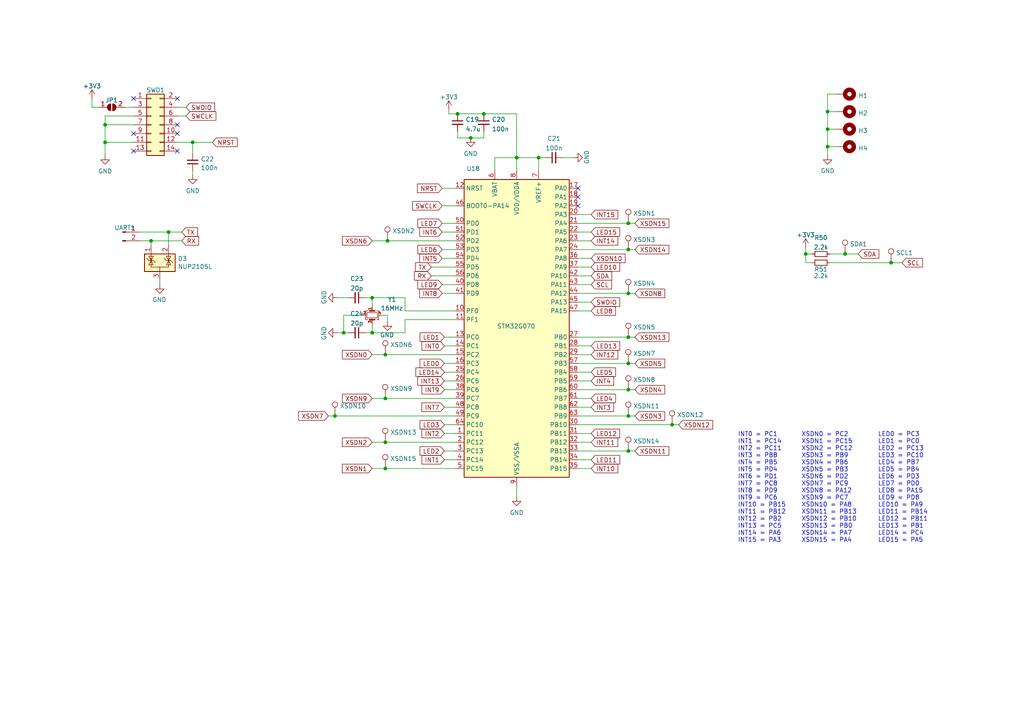
<source format=kicad_sch>
(kicad_sch (version 20211123) (generator eeschema)
  (paper "A4")
  (lib_symbols
    (symbol "Connector:Conn_01x02_Male" (pin_names (offset 1.016) hide)
      (property "Reference" "J" (at 0 2.54 0))
      (property "Value" "Conn_01x02_Male" (at 0 -5.08 0))
      (symbol "Conn_01x02_Male_1_1"
        (polyline (pts (xy 1.27 -2.54) (xy 0.8636 -2.54)) (stroke (width 0.1524)))
        (polyline (pts (xy 1.27 0) (xy 0.8636 0)) (stroke (width 0.1524)))
        (rectangle (start 0.8636 -2.413) (end 0 -2.667) (stroke (width 0.1524)) (fill (type outline)))
        (rectangle (start 0.8636 0.127) (end 0 -0.127) (stroke (width 0.1524)) (fill (type outline)))
        (pin passive line (at 5.08 0 180) (length 3.81) (name "Pin_1") (number "1"))
        (pin passive line (at 5.08 -2.54 180) (length 3.81) (name "Pin_2") (number "2"))
      )
    )
    (symbol "Connector:TestPoint" (pin_numbers hide) (pin_names (offset 0.762) hide)
      (property "Reference" "TP" (at 0 6.858 0))
      (property "Value" "TestPoint" (at 0 5.08 0))
      (symbol "TestPoint_0_1"
        (circle (center 0 3.302) (radius 0.762))
      )
      (symbol "TestPoint_1_1"
        (pin passive line (at 0 0 90) (length 2.54) (name "1") (number "1"))
      )
    )
    (symbol "Connector_Generic:Conn_02x07_Odd_Even" (pin_names (offset 1.016) hide)
      (property "Reference" "J" (at 1.27 10.16 0))
      (property "Value" "Conn_02x07_Odd_Even" (at 1.27 -10.16 0))
      (symbol "Conn_02x07_Odd_Even_1_1"
        (rectangle (start -1.27 -7.493) (end 0 -7.747) (stroke (width 0.1524)))
        (rectangle (start -1.27 -4.953) (end 0 -5.207) (stroke (width 0.1524)))
        (rectangle (start -1.27 -2.413) (end 0 -2.667) (stroke (width 0.1524)))
        (rectangle (start -1.27 0.127) (end 0 -0.127) (stroke (width 0.1524)))
        (rectangle (start -1.27 2.667) (end 0 2.413) (stroke (width 0.1524)))
        (rectangle (start -1.27 5.207) (end 0 4.953) (stroke (width 0.1524)))
        (rectangle (start -1.27 7.747) (end 0 7.493) (stroke (width 0.1524)))
        (rectangle (start -1.27 8.89) (end 3.81 -8.89) (stroke (width 0.254)) (fill (type background)))
        (rectangle (start 3.81 -7.493) (end 2.54 -7.747) (stroke (width 0.1524)))
        (rectangle (start 3.81 -4.953) (end 2.54 -5.207) (stroke (width 0.1524)))
        (rectangle (start 3.81 -2.413) (end 2.54 -2.667) (stroke (width 0.1524)))
        (rectangle (start 3.81 0.127) (end 2.54 -0.127) (stroke (width 0.1524)))
        (rectangle (start 3.81 2.667) (end 2.54 2.413) (stroke (width 0.1524)))
        (rectangle (start 3.81 5.207) (end 2.54 4.953) (stroke (width 0.1524)))
        (rectangle (start 3.81 7.747) (end 2.54 7.493) (stroke (width 0.1524)))
        (pin passive line (at -5.08 7.62 0) (length 3.81) (name "Pin_1") (number "1"))
        (pin passive line (at 7.62 -2.54 180) (length 3.81) (name "Pin_10") (number "10"))
        (pin passive line (at -5.08 -5.08 0) (length 3.81) (name "Pin_11") (number "11"))
        (pin passive line (at 7.62 -5.08 180) (length 3.81) (name "Pin_12") (number "12"))
        (pin passive line (at -5.08 -7.62 0) (length 3.81) (name "Pin_13") (number "13"))
        (pin passive line (at 7.62 -7.62 180) (length 3.81) (name "Pin_14") (number "14"))
        (pin passive line (at 7.62 7.62 180) (length 3.81) (name "Pin_2") (number "2"))
        (pin passive line (at -5.08 5.08 0) (length 3.81) (name "Pin_3") (number "3"))
        (pin passive line (at 7.62 5.08 180) (length 3.81) (name "Pin_4") (number "4"))
        (pin passive line (at -5.08 2.54 0) (length 3.81) (name "Pin_5") (number "5"))
        (pin passive line (at 7.62 2.54 180) (length 3.81) (name "Pin_6") (number "6"))
        (pin passive line (at -5.08 0 0) (length 3.81) (name "Pin_7") (number "7"))
        (pin passive line (at 7.62 0 180) (length 3.81) (name "Pin_8") (number "8"))
        (pin passive line (at -5.08 -2.54 0) (length 3.81) (name "Pin_9") (number "9"))
      )
    )
    (symbol "Device:C_Small" (pin_numbers hide) (pin_names (offset 0.254) hide)
      (property "Reference" "C" (at 0.254 1.778 0))
      (property "Value" "C_Small" (at 0.254 -2.032 0))
      (symbol "C_Small_0_1"
        (polyline (pts (xy -1.524 -0.508) (xy 1.524 -0.508)) (stroke (width 0.3302)))
        (polyline (pts (xy -1.524 0.508) (xy 1.524 0.508)) (stroke (width 0.3048)))
      )
      (symbol "C_Small_1_1"
        (pin passive line (at 0 2.54 270) (length 2.032) (name "~") (number "1"))
        (pin passive line (at 0 -2.54 90) (length 2.032) (name "~") (number "2"))
      )
    )
    (symbol "Device:Crystal_GND24_Small" (pin_names (offset 1.016) hide)
      (property "Reference" "Y" (at 1.27 4.445 0))
      (property "Value" "Crystal_GND24_Small" (at 1.27 2.54 0))
      (symbol "Crystal_GND24_Small_0_1"
        (rectangle (start -0.762 -1.524) (end 0.762 1.524))
        (polyline (pts (xy -1.27 -0.762) (xy -1.27 0.762)) (stroke (width 0.381)))
        (polyline (pts (xy 1.27 -0.762) (xy 1.27 0.762)) (stroke (width 0.381)))
        (polyline (pts (xy -1.27 -1.27) (xy -1.27 -1.905) (xy 1.27 -1.905) (xy 1.27 -1.27)))
        (polyline (pts (xy -1.27 1.27) (xy -1.27 1.905) (xy 1.27 1.905) (xy 1.27 1.27)))
      )
      (symbol "Crystal_GND24_Small_1_1"
        (pin passive line (at -2.54 0 0) (length 1.27) (name "1") (number "1"))
        (pin passive line (at 0 -2.54 90) (length 0.635) (name "2") (number "2"))
        (pin passive line (at 2.54 0 180) (length 1.27) (name "3") (number "3"))
        (pin passive line (at 0 2.54 270) (length 0.635) (name "4") (number "4"))
      )
    )
    (symbol "Device:R_Small" (pin_numbers hide) (pin_names (offset 0.254) hide)
      (property "Reference" "R" (at 0.762 0.508 0))
      (property "Value" "R_Small" (at 0.762 -1.016 0))
      (symbol "R_Small_0_1"
        (rectangle (start -0.762 1.778) (end 0.762 -1.778) (stroke (width 0.2032)))
      )
      (symbol "R_Small_1_1"
        (pin passive line (at 0 2.54 270) (length 0.762) (name "~") (number "1"))
        (pin passive line (at 0 -2.54 90) (length 0.762) (name "~") (number "2"))
      )
    )
    (symbol "Jumper:SolderJumper_2_Open" (pin_names (offset 0) hide)
      (property "Reference" "JP" (at 0 2.032 0))
      (property "Value" "SolderJumper_2_Open" (at 0 -2.54 0))
      (symbol "SolderJumper_2_Open_0_1"
        (arc (start -0.254 1.016) (mid -1.27 0) (end -0.254 -1.016))
        (arc (start -0.254 1.016) (mid -1.27 0) (end -0.254 -1.016) (fill (type outline)))
        (polyline (pts (xy -0.254 1.016) (xy -0.254 -1.016)))
        (polyline (pts (xy 0.254 1.016) (xy 0.254 -1.016)))
        (arc (start 0.254 -1.016) (mid 1.27 0) (end 0.254 1.016))
        (arc (start 0.254 -1.016) (mid 1.27 0) (end 0.254 1.016) (fill (type outline)))
      )
      (symbol "SolderJumper_2_Open_1_1"
        (pin passive line (at -3.81 0 0) (length 2.54) (name "A") (number "1"))
        (pin passive line (at 3.81 0 180) (length 2.54) (name "B") (number "2"))
      )
    )
    (symbol "Mechanical:MountingHole_Pad" (pin_numbers hide) (pin_names (offset 1.016) hide)
      (property "Reference" "H" (at 0 6.35 0))
      (property "Value" "MountingHole_Pad" (at 0 4.445 0))
      (symbol "MountingHole_Pad_0_1"
        (circle (center 0 1.27) (radius 1.27) (stroke (width 1.27)))
      )
      (symbol "MountingHole_Pad_1_1"
        (pin input line (at 0 -2.54 90) (length 2.54) (name "1") (number "1"))
      )
    )
    (symbol "Power_Protection:NUP2105L" (pin_names hide)
      (property "Reference" "D" (at 5.715 2.54 0))
      (property "Value" "NUP2105L" (at 5.715 0.635 0))
      (symbol "NUP2105L_0_0"
        (pin passive line (at 0 -5.08 90) (length 2.54) (name "A") (number "3"))
      )
      (symbol "NUP2105L_0_1"
        (rectangle (start -4.445 2.54) (end 4.445 -2.54) (stroke (width 0.254)) (fill (type background)))
        (polyline (pts (xy -2.54 2.54) (xy -2.54 0.635)))
        (polyline (pts (xy 0 -1.27) (xy 0 -2.54)))
        (polyline (pts (xy 2.54 2.54) (xy 2.54 0.635)))
        (polyline (pts (xy -3.81 1.27) (xy -3.175 0.635) (xy -1.905 0.635) (xy -1.27 0)))
        (polyline (pts (xy -2.54 0.635) (xy -2.54 -1.27) (xy 2.54 -1.27) (xy 2.54 0.635)))
        (polyline (pts (xy -2.54 0.635) (xy -1.905 -0.635) (xy -3.175 -0.635) (xy -2.54 0.635)))
        (polyline (pts (xy 2.54 0.635) (xy 1.905 -0.635) (xy 3.175 -0.635) (xy 2.54 0.635)))
        (polyline (pts (xy 2.54 0.635) (xy 3.175 1.905) (xy 1.905 1.905) (xy 2.54 0.635)))
        (polyline (pts (xy -2.54 0.635) (xy -3.175 1.905) (xy -1.905 1.905) (xy -2.54 0.635) (xy -2.54 1.27)))
        (polyline (pts (xy 1.27 1.27) (xy 1.905 0.635) (xy 2.54 0.635) (xy 3.175 0.635) (xy 3.81 0)))
      )
      (symbol "NUP2105L_1_1"
        (pin passive line (at -2.54 5.08 270) (length 2.54) (name "K") (number "1"))
        (pin passive line (at 2.54 5.08 270) (length 2.54) (name "K") (number "2"))
      )
    )
    (symbol "STM32:STM32G070"
      (property "Reference" "U" (at -14.605 45.085 0))
      (property "Value" "STM32G070" (at 0.635 0.635 0))
      (symbol "STM32G070_0_1"
        (rectangle (start -15.24 -43.815) (end 15.24 42.545) (stroke (width 0.254)) (fill (type background)))
      )
      (symbol "STM32G070_1_1"
        (pin bidirectional line (at -17.78 -31.115 0) (length 2.54) (name "PC11") (number "1"))
        (pin input line (at -17.78 4.445 0) (length 2.54) (name "PF0") (number "10"))
        (pin input line (at -17.78 1.905 0) (length 2.54) (name "PF1") (number "11"))
        (pin input line (at -17.78 40.005 0) (length 2.54) (name "NRST") (number "12"))
        (pin bidirectional line (at -17.78 -3.175 0) (length 2.54) (name "PC0") (number "13"))
        (pin bidirectional line (at -17.78 -5.715 0) (length 2.54) (name "PC1") (number "14"))
        (pin bidirectional line (at -17.78 -8.255 0) (length 2.54) (name "PC2") (number "15"))
        (pin bidirectional line (at -17.78 -10.795 0) (length 2.54) (name "PC3") (number "16"))
        (pin bidirectional line (at 17.78 40.005 180) (length 2.54) (name "PA0") (number "17"))
        (pin bidirectional line (at 17.78 37.465 180) (length 2.54) (name "PA1") (number "18"))
        (pin bidirectional line (at 17.78 34.925 180) (length 2.54) (name "PA2") (number "19"))
        (pin bidirectional line (at -17.78 -33.655 0) (length 2.54) (name "PC12") (number "2"))
        (pin bidirectional line (at 17.78 32.385 180) (length 2.54) (name "PA3") (number "20"))
        (pin bidirectional line (at 17.78 29.845 180) (length 2.54) (name "PA4") (number "21"))
        (pin bidirectional line (at 17.78 27.305 180) (length 2.54) (name "PA5") (number "22"))
        (pin bidirectional line (at 17.78 24.765 180) (length 2.54) (name "PA6") (number "23"))
        (pin bidirectional line (at 17.78 22.225 180) (length 2.54) (name "PA7") (number "24"))
        (pin bidirectional line (at -17.78 -13.335 0) (length 2.54) (name "PC4") (number "25"))
        (pin bidirectional line (at -17.78 -15.875 0) (length 2.54) (name "PC5") (number "26"))
        (pin bidirectional line (at 17.78 -3.175 180) (length 2.54) (name "PB0") (number "27"))
        (pin bidirectional line (at 17.78 -5.715 180) (length 2.54) (name "PB1") (number "28"))
        (pin bidirectional line (at 17.78 -8.255 180) (length 2.54) (name "PB2") (number "29"))
        (pin bidirectional line (at -17.78 -36.195 0) (length 2.54) (name "PC13") (number "3"))
        (pin bidirectional line (at 17.78 -28.575 180) (length 2.54) (name "PB10") (number "30"))
        (pin bidirectional line (at 17.78 -31.115 180) (length 2.54) (name "PB11") (number "31"))
        (pin bidirectional line (at 17.78 -33.655 180) (length 2.54) (name "PB12") (number "32"))
        (pin bidirectional line (at 17.78 -36.195 180) (length 2.54) (name "PB13") (number "33"))
        (pin bidirectional line (at 17.78 -38.735 180) (length 2.54) (name "PB14") (number "34"))
        (pin bidirectional line (at 17.78 -41.275 180) (length 2.54) (name "PB15") (number "35"))
        (pin bidirectional line (at 17.78 19.685 180) (length 2.54) (name "PA8") (number "36"))
        (pin bidirectional line (at 17.78 17.145 180) (length 2.54) (name "PA9") (number "37"))
        (pin bidirectional line (at -17.78 -18.415 0) (length 2.54) (name "PC6") (number "38"))
        (pin bidirectional line (at -17.78 -20.955 0) (length 2.54) (name "PC7") (number "39"))
        (pin bidirectional line (at -17.78 -38.735 0) (length 2.54) (name "PC14") (number "4"))
        (pin bidirectional line (at -17.78 12.065 0) (length 2.54) (name "PD8") (number "40"))
        (pin bidirectional line (at -17.78 9.525 0) (length 2.54) (name "PD9") (number "41"))
        (pin bidirectional line (at 17.78 14.605 180) (length 2.54) (name "PA10") (number "42"))
        (pin bidirectional line (at 17.78 12.065 180) (length 2.54) (name "PA11") (number "43"))
        (pin bidirectional line (at 17.78 9.525 180) (length 2.54) (name "PA12") (number "44"))
        (pin bidirectional line (at 17.78 6.985 180) (length 2.54) (name "PA13") (number "45"))
        (pin input line (at -17.78 34.925 0) (length 2.54) (name "BOOT0-PA14") (number "46"))
        (pin bidirectional line (at 17.78 4.445 180) (length 2.54) (name "PA15") (number "47"))
        (pin bidirectional line (at -17.78 -23.495 0) (length 2.54) (name "PC8") (number "48"))
        (pin bidirectional line (at -17.78 -26.035 0) (length 2.54) (name "PC9") (number "49"))
        (pin bidirectional line (at -17.78 -41.275 0) (length 2.54) (name "PC15") (number "5"))
        (pin bidirectional line (at -17.78 29.845 0) (length 2.54) (name "PD0") (number "50"))
        (pin bidirectional line (at -17.78 27.305 0) (length 2.54) (name "PD1") (number "51"))
        (pin bidirectional line (at -17.78 24.765 0) (length 2.54) (name "PD2") (number "52"))
        (pin bidirectional line (at -17.78 22.225 0) (length 2.54) (name "PD3") (number "53"))
        (pin bidirectional line (at -17.78 19.685 0) (length 2.54) (name "PD4") (number "54"))
        (pin bidirectional line (at -17.78 17.145 0) (length 2.54) (name "PD5") (number "55"))
        (pin bidirectional line (at -17.78 14.605 0) (length 2.54) (name "PD6") (number "56"))
        (pin bidirectional line (at 17.78 -10.795 180) (length 2.54) (name "PB3") (number "57"))
        (pin bidirectional line (at 17.78 -13.335 180) (length 2.54) (name "PB4") (number "58"))
        (pin bidirectional line (at 17.78 -15.875 180) (length 2.54) (name "PB5") (number "59"))
        (pin power_in line (at -6.35 45.085 270) (length 2.54) (name "VBAT") (number "6"))
        (pin bidirectional line (at 17.78 -18.415 180) (length 2.54) (name "PB6") (number "60"))
        (pin bidirectional line (at 17.78 -20.955 180) (length 2.54) (name "PB7") (number "61"))
        (pin bidirectional line (at 17.78 -23.495 180) (length 2.54) (name "PB8") (number "62"))
        (pin bidirectional line (at 17.78 -26.035 180) (length 2.54) (name "PB9") (number "63"))
        (pin bidirectional line (at -17.78 -28.575 0) (length 2.54) (name "PC10") (number "64"))
        (pin power_in line (at 6.35 45.085 270) (length 2.54) (name "VREF+") (number "7"))
        (pin bidirectional line (at 0 45.085 270) (length 2.54) (name "VDD/VDDA") (number "8"))
        (pin power_in line (at 0 -46.355 90) (length 2.54) (name "VSS/VSSA") (number "9"))
      )
    )
    (symbol "power:+3.3V" (power) (pin_names (offset 0))
      (property "Value" "+3.3V" (at 0 3.556 0))
      (symbol "+3.3V_0_1"
        (polyline (pts (xy -0.762 1.27) (xy 0 2.54)))
        (polyline (pts (xy 0 0) (xy 0 2.54)))
        (polyline (pts (xy 0 2.54) (xy 0.762 1.27)))
      )
      (symbol "+3.3V_1_1"
        (pin power_in line (at 0 0 90) (length 0) hide (name "+3V3") (number "1"))
      )
    )
    (symbol "power:GND" (power) (pin_names (offset 0))
      (property "Value" "GND" (at 0 -3.81 0))
      (symbol "GND_0_1"
        (polyline (pts (xy 0 0) (xy 0 -1.27) (xy 1.27 -1.27) (xy 0 -2.54) (xy -1.27 -1.27) (xy 0 -1.27)))
      )
      (symbol "GND_1_1"
        (pin power_in line (at 0 0 270) (length 0) hide (name "GND") (number "1"))
      )
    )
  )
  (junction (at 182.245 113.03))
  (junction (at 182.245 64.77))
  (junction (at 111.76 102.87))
  (junction (at 30.48 41.275))
  (junction (at 111.76 115.57))
  (junction (at 140.335 33.02))
  (junction (at 136.525 40.005))
  (junction (at 182.245 130.81))
  (junction (at 182.245 72.39))
  (junction (at 43.815 69.85))
  (junction (at 182.245 97.79))
  (junction (at 30.48 36.195))
  (junction (at 132.715 33.02))
  (junction (at 240.03 37.465))
  (junction (at 194.945 123.19))
  (junction (at 48.895 67.31))
  (junction (at 240.03 42.545))
  (junction (at 245.11 73.66))
  (junction (at 156.21 45.72))
  (junction (at 111.76 128.27))
  (junction (at 182.245 105.41))
  (junction (at 55.88 41.275))
  (junction (at 182.245 120.65))
  (junction (at 233.68 73.66))
  (junction (at 97.155 120.65))
  (junction (at 240.03 32.385))
  (junction (at 258.445 76.2))
  (junction (at 112.395 69.85))
  (junction (at 182.245 85.09))
  (junction (at 111.76 135.89))
  (junction (at 99.695 96.52))
  (junction (at 149.86 45.72))
  (junction (at 107.95 96.52))
  (junction (at 107.95 86.36))
  (no_connect (at 38.735 43.815))
  (no_connect (at 51.435 43.815))
  (no_connect (at 167.64 54.61))
  (no_connect (at 167.64 59.69))
  (no_connect (at 167.64 57.15))
  (no_connect (at 51.435 36.195))
  (no_connect (at 51.435 38.735))
  (no_connect (at 51.435 28.575))
  (no_connect (at 38.735 38.735))
  (no_connect (at 38.735 28.575))
  (wire (pts (xy 240.03 32.385) (xy 240.03 27.305)))
  (wire (pts (xy 132.715 38.1) (xy 132.715 40.005)))
  (wire (pts (xy 30.48 41.275) (xy 30.48 45.085)))
  (wire (pts (xy 167.64 125.73) (xy 171.45 125.73)))
  (wire (pts (xy 167.64 102.87) (xy 171.45 102.87)))
  (wire (pts (xy 106.045 96.52) (xy 107.95 96.52)))
  (wire (pts (xy 233.68 73.66) (xy 233.68 76.2)))
  (wire (pts (xy 182.245 64.77) (xy 184.15 64.77)))
  (wire (pts (xy 97.79 96.52) (xy 99.695 96.52)))
  (wire (pts (xy 99.695 96.52) (xy 100.965 96.52)))
  (wire (pts (xy 240.03 37.465) (xy 242.57 37.465)))
  (wire (pts (xy 182.245 72.39) (xy 184.15 72.39)))
  (wire (pts (xy 132.715 40.005) (xy 136.525 40.005)))
  (wire (pts (xy 194.945 123.19) (xy 196.85 123.19)))
  (wire (pts (xy 36.195 31.115) (xy 38.735 31.115)))
  (wire (pts (xy 149.86 140.97) (xy 149.86 144.145)))
  (wire (pts (xy 167.64 115.57) (xy 171.45 115.57)))
  (wire (pts (xy 167.64 62.23) (xy 171.45 62.23)))
  (wire (pts (xy 132.08 67.31) (xy 128.27 67.31)))
  (wire (pts (xy 130.175 31.75) (xy 130.175 33.02)))
  (wire (pts (xy 95.25 120.65) (xy 97.155 120.65)))
  (wire (pts (xy 128.27 85.09) (xy 132.08 85.09)))
  (wire (pts (xy 111.76 115.57) (xy 132.08 115.57)))
  (wire (pts (xy 107.95 102.87) (xy 111.76 102.87)))
  (wire (pts (xy 182.245 85.09) (xy 184.15 85.09)))
  (wire (pts (xy 167.64 67.31) (xy 171.45 67.31)))
  (wire (pts (xy 240.03 42.545) (xy 240.03 37.465)))
  (wire (pts (xy 107.95 86.36) (xy 107.95 88.9)))
  (wire (pts (xy 167.64 135.89) (xy 171.45 135.89)))
  (wire (pts (xy 245.11 73.66) (xy 248.92 73.66)))
  (wire (pts (xy 55.88 49.53) (xy 55.88 50.8)))
  (wire (pts (xy 233.68 76.2) (xy 235.585 76.2)))
  (wire (pts (xy 107.95 86.36) (xy 106.045 86.36)))
  (wire (pts (xy 117.475 96.52) (xy 117.475 92.71)))
  (wire (pts (xy 240.665 76.2) (xy 258.445 76.2)))
  (wire (pts (xy 112.395 93.345) (xy 112.395 91.44)))
  (wire (pts (xy 132.08 90.17) (xy 117.475 90.17)))
  (wire (pts (xy 111.76 128.27) (xy 132.08 128.27)))
  (wire (pts (xy 156.21 45.72) (xy 158.115 45.72)))
  (wire (pts (xy 130.175 33.02) (xy 132.715 33.02)))
  (wire (pts (xy 43.815 69.85) (xy 52.705 69.85)))
  (wire (pts (xy 26.67 31.115) (xy 28.575 31.115)))
  (wire (pts (xy 132.08 72.39) (xy 128.27 72.39)))
  (wire (pts (xy 117.475 86.36) (xy 107.95 86.36)))
  (wire (pts (xy 167.64 105.41) (xy 182.245 105.41)))
  (wire (pts (xy 149.86 45.72) (xy 143.51 45.72)))
  (wire (pts (xy 117.475 92.71) (xy 132.08 92.71)))
  (wire (pts (xy 163.195 45.72) (xy 166.37 45.72)))
  (wire (pts (xy 167.64 107.95) (xy 171.45 107.95)))
  (wire (pts (xy 128.905 107.95) (xy 132.08 107.95)))
  (wire (pts (xy 128.905 97.79) (xy 132.08 97.79)))
  (wire (pts (xy 167.64 123.19) (xy 194.945 123.19)))
  (wire (pts (xy 46.355 82.55) (xy 46.355 81.28)))
  (wire (pts (xy 112.395 91.44) (xy 110.49 91.44)))
  (wire (pts (xy 97.79 86.36) (xy 100.965 86.36)))
  (wire (pts (xy 128.27 54.61) (xy 132.08 54.61)))
  (wire (pts (xy 167.64 77.47) (xy 171.45 77.47)))
  (wire (pts (xy 167.64 120.65) (xy 182.245 120.65)))
  (wire (pts (xy 167.64 128.27) (xy 171.45 128.27)))
  (wire (pts (xy 233.68 71.755) (xy 233.68 73.66)))
  (wire (pts (xy 128.905 125.73) (xy 132.08 125.73)))
  (wire (pts (xy 132.715 33.02) (xy 140.335 33.02)))
  (wire (pts (xy 97.155 120.65) (xy 132.08 120.65)))
  (wire (pts (xy 125.095 77.47) (xy 132.08 77.47)))
  (wire (pts (xy 240.03 32.385) (xy 242.57 32.385)))
  (wire (pts (xy 117.475 90.17) (xy 117.475 86.36)))
  (wire (pts (xy 167.64 85.09) (xy 182.245 85.09)))
  (wire (pts (xy 111.76 102.87) (xy 132.08 102.87)))
  (wire (pts (xy 156.21 49.53) (xy 156.21 45.72)))
  (wire (pts (xy 167.64 133.35) (xy 171.45 133.35)))
  (wire (pts (xy 107.95 96.52) (xy 117.475 96.52)))
  (wire (pts (xy 132.08 64.77) (xy 128.27 64.77)))
  (wire (pts (xy 128.905 100.33) (xy 132.08 100.33)))
  (wire (pts (xy 99.695 91.44) (xy 99.695 96.52)))
  (wire (pts (xy 240.03 42.545) (xy 242.57 42.545)))
  (wire (pts (xy 182.245 105.41) (xy 184.15 105.41)))
  (wire (pts (xy 167.64 97.79) (xy 182.245 97.79)))
  (wire (pts (xy 38.735 33.655) (xy 30.48 33.655)))
  (wire (pts (xy 167.64 74.93) (xy 171.45 74.93)))
  (wire (pts (xy 30.48 36.195) (xy 30.48 41.275)))
  (wire (pts (xy 51.435 33.655) (xy 53.975 33.655)))
  (wire (pts (xy 240.03 27.305) (xy 242.57 27.305)))
  (wire (pts (xy 167.64 100.33) (xy 171.45 100.33)))
  (wire (pts (xy 128.905 123.19) (xy 132.08 123.19)))
  (wire (pts (xy 182.245 113.03) (xy 184.15 113.03)))
  (wire (pts (xy 167.64 130.81) (xy 182.245 130.81)))
  (wire (pts (xy 107.95 93.98) (xy 107.95 96.52)))
  (wire (pts (xy 167.64 82.55) (xy 171.45 82.55)))
  (wire (pts (xy 167.64 90.17) (xy 171.45 90.17)))
  (wire (pts (xy 167.64 110.49) (xy 171.45 110.49)))
  (wire (pts (xy 136.525 40.005) (xy 140.335 40.005)))
  (wire (pts (xy 128.905 130.81) (xy 132.08 130.81)))
  (wire (pts (xy 128.905 105.41) (xy 132.08 105.41)))
  (wire (pts (xy 128.27 59.69) (xy 132.08 59.69)))
  (wire (pts (xy 258.445 76.2) (xy 261.62 76.2)))
  (wire (pts (xy 240.03 45.085) (xy 240.03 42.545)))
  (wire (pts (xy 55.88 41.275) (xy 55.88 44.45)))
  (wire (pts (xy 125.095 80.01) (xy 132.08 80.01)))
  (wire (pts (xy 128.905 110.49) (xy 132.08 110.49)))
  (wire (pts (xy 111.76 135.89) (xy 132.08 135.89)))
  (wire (pts (xy 107.95 128.27) (xy 111.76 128.27)))
  (wire (pts (xy 48.895 67.31) (xy 52.705 67.31)))
  (wire (pts (xy 167.64 72.39) (xy 182.245 72.39)))
  (wire (pts (xy 140.335 40.005) (xy 140.335 38.1)))
  (wire (pts (xy 167.64 69.85) (xy 171.45 69.85)))
  (wire (pts (xy 182.245 130.81) (xy 184.15 130.81)))
  (wire (pts (xy 182.245 120.65) (xy 184.15 120.65)))
  (wire (pts (xy 30.48 33.655) (xy 30.48 36.195)))
  (wire (pts (xy 43.815 71.12) (xy 43.815 69.85)))
  (wire (pts (xy 55.88 41.275) (xy 61.595 41.275)))
  (wire (pts (xy 143.51 45.72) (xy 143.51 49.53)))
  (wire (pts (xy 182.245 97.79) (xy 184.15 97.79)))
  (wire (pts (xy 112.395 69.85) (xy 132.08 69.85)))
  (wire (pts (xy 167.64 80.01) (xy 171.45 80.01)))
  (wire (pts (xy 233.68 73.66) (xy 235.585 73.66)))
  (wire (pts (xy 48.895 71.12) (xy 48.895 67.31)))
  (wire (pts (xy 167.64 118.11) (xy 171.45 118.11)))
  (wire (pts (xy 128.905 133.35) (xy 132.08 133.35)))
  (wire (pts (xy 167.64 87.63) (xy 171.45 87.63)))
  (wire (pts (xy 167.64 113.03) (xy 182.245 113.03)))
  (wire (pts (xy 26.67 28.575) (xy 26.67 31.115)))
  (wire (pts (xy 107.95 115.57) (xy 111.76 115.57)))
  (wire (pts (xy 149.86 45.72) (xy 156.21 45.72)))
  (wire (pts (xy 128.905 113.03) (xy 132.08 113.03)))
  (wire (pts (xy 149.86 33.02) (xy 140.335 33.02)))
  (wire (pts (xy 48.895 67.31) (xy 40.64 67.31)))
  (wire (pts (xy 240.665 73.66) (xy 245.11 73.66)))
  (wire (pts (xy 38.735 41.275) (xy 30.48 41.275)))
  (wire (pts (xy 38.735 36.195) (xy 30.48 36.195)))
  (wire (pts (xy 149.86 45.72) (xy 149.86 49.53)))
  (wire (pts (xy 112.395 69.85) (xy 107.95 69.85)))
  (wire (pts (xy 240.03 37.465) (xy 240.03 32.385)))
  (wire (pts (xy 51.435 41.275) (xy 55.88 41.275)))
  (wire (pts (xy 51.435 31.115) (xy 53.975 31.115)))
  (wire (pts (xy 105.41 91.44) (xy 99.695 91.44)))
  (wire (pts (xy 107.95 135.89) (xy 111.76 135.89)))
  (wire (pts (xy 128.27 74.93) (xy 132.08 74.93)))
  (wire (pts (xy 149.86 33.02) (xy 149.86 45.72)))
  (wire (pts (xy 43.815 69.85) (xy 40.64 69.85)))
  (wire (pts (xy 128.905 118.11) (xy 132.08 118.11)))
  (wire (pts (xy 167.64 64.77) (xy 182.245 64.77)))
  (wire (pts (xy 128.27 82.55) (xy 132.08 82.55)))
  (text "INT0 = PC1\nINT1 = PC14\nINT2 = PC11\nINT3 = PB8\nINT4 = PB5\nINT5 = PD4\nINT6 = PD1\nINT7 = PC8\nINT8 = PD9\nINT9 = PC6\nINT10 = PB15\nINT11 = PB12\nINT12 = PB2\nINT13 = PC5\nINT14 = PA6\nINT15 = PA3" (at 213.995 157.48 0) (effects (font (size 1.27 1.27)) (justify left bottom)))
  (text "XSDN0 = PC2\nXSDN1 = PC15\nXSDN2 = PC12\nXSDN3 = PB9\nXSDN4 = PB6\nXSDN5 = PB3\nXSDN6 = PD2\nXSDN7 = PC9\nXSDN8 = PA12\nXSDN9 = PC7\nXSDN10 = PA8\nXSDN11 = PB13\nXSDN12 = PB10\nXSDN13 = PB0\nXSDN14 = PA7\nXSDN15 = PA4" (at 232.41 157.48 0) (effects (font (size 1.27 1.27)) (justify left bottom)))
  (text "LED0 = PC3\nLED1 = PC0\nLED2 = PC13\nLED3 = PC10\nLED4 = PB7\nLED5 = PB4\nLED6 = PD3\nLED7 = PD0\nLED8 = PA15\nLED9 = PD8\nLED10 = PA9\nLED11 = PB14\nLED12 = PB11\nLED13 = PB1\nLED14 = PC4\nLED15 = PA5" (at 254.635 157.48 0) (effects (font (size 1.27 1.27)) (justify left bottom)))
  (global_label "XSDN4" (shape input) (at 184.15 113.03 0) (property "Intersheet References" "${INTERSHEET_REFS}" (effects hide)))
  (global_label "SCL" (shape input) (at 171.45 82.55 0) (property "Intersheet References" "${INTERSHEET_REFS}" (effects hide)))
  (global_label "XSDN13" (shape input) (at 184.15 97.79 0) (property "Intersheet References" "${INTERSHEET_REFS}" (effects hide)))
  (global_label "INT6" (shape input) (at 128.27 67.31 180) (property "Intersheet References" "${INTERSHEET_REFS}" (effects hide)))
  (global_label "XSDN8" (shape input) (at 184.15 85.09 0) (property "Intersheet References" "${INTERSHEET_REFS}" (effects hide)))
  (global_label "SWDIO" (shape input) (at 53.975 31.115 0) (property "Intersheet References" "${INTERSHEET_REFS}" (effects hide)))
  (global_label "SWCLK" (shape input) (at 53.975 33.655 0) (property "Intersheet References" "${INTERSHEET_REFS}" (effects hide)))
  (global_label "SWCLK" (shape input) (at 128.27 59.69 180) (property "Intersheet References" "${INTERSHEET_REFS}" (effects hide)))
  (global_label "SCL" (shape input) (at 261.62 76.2 0) (property "Intersheet References" "${INTERSHEET_REFS}" (effects hide)))
  (global_label "XSDN1" (shape input) (at 107.95 135.89 180) (property "Intersheet References" "${INTERSHEET_REFS}" (effects hide)))
  (global_label "LED7" (shape input) (at 128.27 64.77 180) (property "Intersheet References" "${INTERSHEET_REFS}" (effects hide)))
  (global_label "XSDN3" (shape input) (at 184.15 120.65 0) (property "Intersheet References" "${INTERSHEET_REFS}" (effects hide)))
  (global_label "INT15" (shape input) (at 171.45 62.23 0) (property "Intersheet References" "${INTERSHEET_REFS}" (effects hide)))
  (global_label "LED5" (shape input) (at 171.45 107.95 0) (property "Intersheet References" "${INTERSHEET_REFS}" (effects hide)))
  (global_label "NRST" (shape input) (at 128.27 54.61 180) (property "Intersheet References" "${INTERSHEET_REFS}" (effects hide)))
  (global_label "XSDN2" (shape input) (at 107.95 128.27 180) (property "Intersheet References" "${INTERSHEET_REFS}" (effects hide)))
  (global_label "LED2" (shape input) (at 128.905 130.81 180) (property "Intersheet References" "${INTERSHEET_REFS}" (effects hide)))
  (global_label "NRST" (shape input) (at 61.595 41.275 0) (property "Intersheet References" "${INTERSHEET_REFS}" (effects hide)))
  (global_label "LED4" (shape input) (at 171.45 115.57 0) (property "Intersheet References" "${INTERSHEET_REFS}" (effects hide)))
  (global_label "XSDN11" (shape input) (at 184.15 130.81 0) (property "Intersheet References" "${INTERSHEET_REFS}" (effects hide)))
  (global_label "LED11" (shape input) (at 171.45 133.35 0) (property "Intersheet References" "${INTERSHEET_REFS}" (effects hide)))
  (global_label "INT7" (shape input) (at 128.905 118.11 180) (property "Intersheet References" "${INTERSHEET_REFS}" (effects hide)))
  (global_label "LED15" (shape input) (at 171.45 67.31 0) (property "Intersheet References" "${INTERSHEET_REFS}" (effects hide)))
  (global_label "LED9" (shape input) (at 128.27 82.55 180) (property "Intersheet References" "${INTERSHEET_REFS}" (effects hide)))
  (global_label "INT13" (shape input) (at 128.905 110.49 180) (property "Intersheet References" "${INTERSHEET_REFS}" (effects hide)))
  (global_label "XSDN0" (shape input) (at 107.95 102.87 180) (property "Intersheet References" "${INTERSHEET_REFS}" (effects hide)))
  (global_label "XSDN5" (shape input) (at 184.15 105.41 0) (property "Intersheet References" "${INTERSHEET_REFS}" (effects hide)))
  (global_label "XSDN6" (shape input) (at 107.95 69.85 180) (property "Intersheet References" "${INTERSHEET_REFS}" (effects hide)))
  (global_label "SWDIO" (shape input) (at 171.45 87.63 0) (property "Intersheet References" "${INTERSHEET_REFS}" (effects hide)))
  (global_label "INT5" (shape input) (at 128.27 74.93 180) (property "Intersheet References" "${INTERSHEET_REFS}" (effects hide)))
  (global_label "INT1" (shape input) (at 128.905 133.35 180) (property "Intersheet References" "${INTERSHEET_REFS}" (effects hide)))
  (global_label "XSDN14" (shape input) (at 184.15 72.39 0) (property "Intersheet References" "${INTERSHEET_REFS}" (effects hide)))
  (global_label "INT11" (shape input) (at 171.45 128.27 0) (property "Intersheet References" "${INTERSHEET_REFS}" (effects hide)))
  (global_label "SDA" (shape input) (at 248.92 73.66 0) (property "Intersheet References" "${INTERSHEET_REFS}" (effects hide)))
  (global_label "LED14" (shape input) (at 128.905 107.95 180) (property "Intersheet References" "${INTERSHEET_REFS}" (effects hide)))
  (global_label "SDA" (shape input) (at 171.45 80.01 0) (property "Intersheet References" "${INTERSHEET_REFS}" (effects hide)))
  (global_label "LED0" (shape input) (at 128.905 105.41 180) (property "Intersheet References" "${INTERSHEET_REFS}" (effects hide)))
  (global_label "LED6" (shape input) (at 128.27 72.39 180) (property "Intersheet References" "${INTERSHEET_REFS}" (effects hide)))
  (global_label "INT2" (shape input) (at 128.905 125.73 180) (property "Intersheet References" "${INTERSHEET_REFS}" (effects hide)))
  (global_label "TX" (shape input) (at 52.705 67.31 0) (property "Intersheet References" "${INTERSHEET_REFS}" (effects hide)))
  (global_label "XSDN7" (shape input) (at 95.25 120.65 180) (property "Intersheet References" "${INTERSHEET_REFS}" (effects hide)))
  (global_label "INT3" (shape input) (at 171.45 118.11 0) (property "Intersheet References" "${INTERSHEET_REFS}" (effects hide)))
  (global_label "LED3" (shape input) (at 128.905 123.19 180) (property "Intersheet References" "${INTERSHEET_REFS}" (effects hide)))
  (global_label "INT10" (shape input) (at 171.45 135.89 0) (property "Intersheet References" "${INTERSHEET_REFS}" (effects hide)))
  (global_label "INT12" (shape input) (at 171.45 102.87 0) (property "Intersheet References" "${INTERSHEET_REFS}" (effects hide)))
  (global_label "XSDN9" (shape input) (at 107.95 115.57 180) (property "Intersheet References" "${INTERSHEET_REFS}" (effects hide)))
  (global_label "INT9" (shape input) (at 128.905 113.03 180) (property "Intersheet References" "${INTERSHEET_REFS}" (effects hide)))
  (global_label "INT8" (shape input) (at 128.27 85.09 180) (property "Intersheet References" "${INTERSHEET_REFS}" (effects hide)))
  (global_label "RX" (shape input) (at 125.095 80.01 180) (property "Intersheet References" "${INTERSHEET_REFS}" (effects hide)))
  (global_label "XSDN10" (shape input) (at 171.45 74.93 0) (property "Intersheet References" "${INTERSHEET_REFS}" (effects hide)))
  (global_label "XSDN15" (shape input) (at 184.15 64.77 0) (property "Intersheet References" "${INTERSHEET_REFS}" (effects hide)))
  (global_label "LED1" (shape input) (at 128.905 97.79 180) (property "Intersheet References" "${INTERSHEET_REFS}" (effects hide)))
  (global_label "INT14" (shape input) (at 171.45 69.85 0) (property "Intersheet References" "${INTERSHEET_REFS}" (effects hide)))
  (global_label "INT0" (shape input) (at 128.905 100.33 180) (property "Intersheet References" "${INTERSHEET_REFS}" (effects hide)))
  (global_label "LED12" (shape input) (at 171.45 125.73 0) (property "Intersheet References" "${INTERSHEET_REFS}" (effects hide)))
  (global_label "LED13" (shape input) (at 171.45 100.33 0) (property "Intersheet References" "${INTERSHEET_REFS}" (effects hide)))
  (global_label "LED8" (shape input) (at 171.45 90.17 0) (property "Intersheet References" "${INTERSHEET_REFS}" (effects hide)))
  (global_label "XSDN12" (shape input) (at 196.85 123.19 0) (property "Intersheet References" "${INTERSHEET_REFS}" (effects hide)))
  (global_label "TX" (shape input) (at 125.095 77.47 180) (property "Intersheet References" "${INTERSHEET_REFS}" (effects hide)))
  (global_label "INT4" (shape input) (at 171.45 110.49 0) (property "Intersheet References" "${INTERSHEET_REFS}" (effects hide)))
  (global_label "RX" (shape input) (at 52.705 69.85 0) (property "Intersheet References" "${INTERSHEET_REFS}" (effects hide)))
  (global_label "LED10" (shape input) (at 171.45 77.47 0) (property "Intersheet References" "${INTERSHEET_REFS}" (effects hide)))
  (symbol (lib_id "Connector:TestPoint") (at 111.76 135.89 0) (mirror y) (unit 1)
    (property "Reference" "XSDN15" (at 113.157 133.0218 0) (effects (justify right)))
    (property "Value" "TestPoint" (effects hide))
    (property "Footprint" "TestPoint:TestPoint_Pad_D1.0mm" (effects hide))
  )
  (symbol (lib_id "Connector:TestPoint") (at 182.245 130.81 0) (unit 1)
    (property "Reference" "XSDN14" (at 183.642 127.9418 0) (effects (justify left)))
    (property "Value" "TestPoint" (effects hide))
    (property "Footprint" "TestPoint:TestPoint_Pad_D1.0mm" (effects hide))
  )
  (symbol (lib_id "Connector:TestPoint") (at 182.245 97.79 0) (unit 1)
    (property "Reference" "XSDN5" (at 183.642 94.9218 0) (effects (justify left)))
    (property "Value" "TestPoint" (effects hide))
    (property "Footprint" "TestPoint:TestPoint_Pad_D1.0mm" (effects hide))
  )
  (symbol (lib_id "Connector:TestPoint") (at 182.245 72.39 0) (unit 1)
    (property "Reference" "XSDN3" (at 183.642 69.5218 0) (effects (justify left)))
    (property "Value" "TestPoint" (effects hide))
    (property "Footprint" "TestPoint:TestPoint_Pad_D1.0mm" (effects hide))
  )
  (symbol (lib_id "Connector_Generic:Conn_02x07_Odd_Even") (at 43.815 36.195 0) (unit 1)
    (property "Reference" "SWD1" (at 45.085 26.1422 0))
    (property "Value" "Conn_02x07_Odd_Even" (effects hide))
    (property "Footprint" "Connector_PinHeader_1.27mm:PinHeader_2x07_P1.27mm_Vertical_SMD" (effects hide))
  )
  (symbol (lib_id "Jumper:SolderJumper_2_Open") (at 32.385 31.115 0) (unit 1)
    (property "Reference" "JP1" (at 32.385 29.0632 0))
    (property "Value" "SolderJumper_2_Open" (effects hide))
    (property "Footprint" "Jumper:SolderJumper-2_P1.3mm_Open_TrianglePad1.0x1.5mm" (effects hide))
  )
  (symbol (lib_id "Device:C_Small") (at 55.88 46.99 180) (unit 1)
    (property "Reference" "C22" (at 58.2041 46.1489 0) (effects (justify right)))
    (property "Value" "100n" (at 58.2041 48.6858 0) (effects (justify right)))
    (property "Footprint" "Capacitor_SMD:C_0805_2012Metric_Pad1.18x1.45mm_HandSolder" (effects hide))
  )
  (symbol (lib_id "power:GND") (at 136.525 40.005 0) (unit 1)
    (property "Reference" "#PWR069" (effects hide))
    (property "Value" "GND" (at 136.525 44.5675 0))
  )
  (symbol (lib_id "Device:C_Small") (at 103.505 96.52 270) (unit 1)
    (property "Reference" "C24" (at 103.4986 90.9914 90))
    (property "Value" "20p" (at 103.4986 93.7665 90))
    (property "Footprint" "Capacitor_SMD:C_0603_1608Metric_Pad1.08x0.95mm_HandSolder" (effects hide))
  )
  (symbol (lib_id "STM32:STM32G070") (at 149.86 94.615 0) (unit 1)
    (property "Reference" "U18" (at 135.255 48.895 0) (effects (justify left)))
    (property "Value" "STM32G070" (at 144.145 94.615 0) (effects (justify left)))
    (property "Footprint" "Package_QFP:LQFP-64_10x10mm_P0.5mm" (effects hide))
  )
  (symbol (lib_id "Mechanical:MountingHole_Pad") (at 245.11 27.305 270) (unit 1)
    (property "Reference" "H1" (at 248.92 27.7388 90) (effects (justify left)))
    (property "Value" "MountingHole_Pad" (effects hide))
    (property "Footprint" "MountingHole:MountingHole_4.3mm_M4_DIN965_Pad" (effects hide))
  )
  (symbol (lib_id "Connector:TestPoint") (at 194.945 123.19 0) (unit 1)
    (property "Reference" "XSDN12" (at 196.342 120.3218 0) (effects (justify left)))
    (property "Value" "TestPoint" (effects hide))
    (property "Footprint" "TestPoint:TestPoint_Pad_D1.0mm" (effects hide))
  )
  (symbol (lib_id "Connector:Conn_01x02_Male") (at 35.56 67.31 0) (unit 1)
    (property "Reference" "UART1" (at 36.195 66.0423 0))
    (property "Value" "Conn_01x02_Male" (effects hide))
    (property "Footprint" "Connector_JST:JST_XH_B2B-XH-A_1x02_P2.50mm_Vertical" (effects hide))
  )
  (symbol (lib_id "Connector:TestPoint") (at 112.395 69.85 0) (unit 1)
    (property "Reference" "XSDN2" (at 113.792 66.9818 0) (effects (justify left)))
    (property "Value" "TestPoint" (effects hide))
    (property "Footprint" "TestPoint:TestPoint_Pad_D1.0mm" (effects hide))
  )
  (symbol (lib_id "Connector:TestPoint") (at 182.245 120.65 0) (unit 1)
    (property "Reference" "XSDN11" (at 183.642 117.7818 0) (effects (justify left)))
    (property "Value" "TestPoint" (effects hide))
    (property "Footprint" "TestPoint:TestPoint_Pad_D1.0mm" (effects hide))
  )
  (symbol (lib_id "Connector:TestPoint") (at 111.76 115.57 0) (unit 1)
    (property "Reference" "XSDN9" (at 113.157 112.7018 0) (effects (justify left)))
    (property "Value" "TestPoint" (effects hide))
    (property "Footprint" "TestPoint:TestPoint_Pad_D1.0mm" (effects hide))
  )
  (symbol (lib_id "Device:C_Small") (at 140.335 35.56 0) (unit 1)
    (property "Reference" "C20" (at 142.6591 34.6578 0) (effects (justify left)))
    (property "Value" "100n" (at 142.6591 37.4329 0) (effects (justify left)))
    (property "Footprint" "Capacitor_SMD:C_0805_2012Metric_Pad1.18x1.45mm_HandSolder" (effects hide))
  )
  (symbol (lib_id "Connector:TestPoint") (at 111.76 102.87 0) (unit 1)
    (property "Reference" "XSDN6" (at 113.157 100.0018 0) (effects (justify left)))
    (property "Value" "TestPoint" (effects hide))
    (property "Footprint" "TestPoint:TestPoint_Pad_D1.0mm" (effects hide))
  )
  (symbol (lib_id "Mechanical:MountingHole_Pad") (at 245.11 32.385 270) (unit 1)
    (property "Reference" "H2" (at 248.92 32.8188 90) (effects (justify left)))
    (property "Value" "MountingHole_Pad" (effects hide))
    (property "Footprint" "MountingHole:MountingHole_4.3mm_M4_DIN965_Pad" (effects hide))
  )
  (symbol (lib_id "power:+3.3V") (at 130.175 31.75 0) (unit 1)
    (property "Reference" "#PWR068" (effects hide))
    (property "Value" "+3.3V" (at 130.175 28.1455 0))
  )
  (symbol (lib_id "power:GND") (at 30.48 45.085 0) (unit 1)
    (property "Reference" "#PWR070" (effects hide))
    (property "Value" "GND" (at 30.48 49.6475 0))
  )
  (symbol (lib_id "Connector:TestPoint") (at 182.245 85.09 0) (unit 1)
    (property "Reference" "XSDN4" (at 183.642 82.2218 0) (effects (justify left)))
    (property "Value" "TestPoint" (effects hide))
    (property "Footprint" "TestPoint:TestPoint_Pad_D1.0mm" (effects hide))
  )
  (symbol (lib_id "Mechanical:MountingHole_Pad") (at 245.11 37.465 270) (unit 1)
    (property "Reference" "H3" (at 248.92 37.8988 90) (effects (justify left)))
    (property "Value" "MountingHole_Pad" (effects hide))
    (property "Footprint" "MountingHole:MountingHole_4.3mm_M4_DIN965_Pad" (effects hide))
  )
  (symbol (lib_id "Mechanical:MountingHole_Pad") (at 245.11 42.545 270) (unit 1)
    (property "Reference" "H4" (at 248.92 42.9788 90) (effects (justify left)))
    (property "Value" "MountingHole_Pad" (effects hide))
    (property "Footprint" "MountingHole:MountingHole_4.3mm_M4_DIN965_Pad" (effects hide))
  )
  (symbol (lib_id "Device:Crystal_GND24_Small") (at 107.95 91.44 270) (unit 1)
    (property "Reference" "Y1" (at 113.6839 86.8511 90))
    (property "Value" "16MHz" (at 113.6839 89.388 90))
    (property "Footprint" "Crystal:Crystal_SMD_EuroQuartz_MT-4Pin_3.2x2.5mm" (effects hide))
  )
  (symbol (lib_id "power:+3.3V") (at 233.68 71.755 0) (unit 1)
    (property "Reference" "#PWR074" (effects hide))
    (property "Value" "+3.3V" (at 233.68 68.1505 0))
  )
  (symbol (lib_id "Device:R_Small") (at 238.125 73.66 90) (unit 1)
    (property "Reference" "R50" (at 238.125 68.9569 90))
    (property "Value" "2.2k" (at 238.125 71.732 90))
    (property "Footprint" "Resistor_SMD:R_0805_2012Metric" (effects hide))
  )
  (symbol (lib_id "Power_Protection:NUP2105L") (at 46.355 76.2 0) (unit 1)
    (property "Reference" "D3" (at 51.562 75.0316 0) (effects (justify left)))
    (property "Value" "NUP2105L" (at 51.562 77.343 0) (effects (justify left)))
    (property "Footprint" "Package_TO_SOT_SMD:SOT-23" (effects hide))
    (property "Datasheet" "http://www.onsemi.com/pub_link/Collateral/NUP2105L-D.PDF" (effects hide))
  )
  (symbol (lib_id "Connector:TestPoint") (at 111.76 128.27 0) (mirror y) (unit 1)
    (property "Reference" "XSDN13" (at 113.157 125.4018 0) (effects (justify right)))
    (property "Value" "TestPoint" (effects hide))
    (property "Footprint" "TestPoint:TestPoint_Pad_D1.0mm" (effects hide))
  )
  (symbol (lib_id "power:GND") (at 97.79 86.36 270) (unit 1)
    (property "Reference" "#PWR077" (effects hide))
    (property "Value" "GND" (at 93.98 88.265 0) (effects (justify right)))
  )
  (symbol (lib_id "power:GND") (at 112.395 93.345 0) (unit 1)
    (property "Reference" "#PWR078" (effects hide))
    (property "Value" "GND" (at 114.3 97.155 0) (effects (justify right)))
  )
  (symbol (lib_id "power:+3.3V") (at 26.67 28.575 0) (unit 1)
    (property "Reference" "#PWR067" (effects hide))
    (property "Value" "+3.3V" (at 26.67 24.9705 0))
  )
  (symbol (lib_id "Connector:TestPoint") (at 182.245 64.77 0) (unit 1)
    (property "Reference" "XSDN1" (at 183.642 61.9018 0) (effects (justify left)))
    (property "Value" "TestPoint" (effects hide))
    (property "Footprint" "TestPoint:TestPoint_Pad_D1.0mm" (effects hide))
  )
  (symbol (lib_id "power:GND") (at 240.03 45.085 0) (unit 1)
    (property "Reference" "#PWR071" (effects hide))
    (property "Value" "GND" (at 240.03 49.5284 0))
  )
  (symbol (lib_id "power:GND") (at 97.79 96.52 270) (unit 1)
    (property "Reference" "#PWR079" (effects hide))
    (property "Value" "GND" (at 93.98 94.615 0) (effects (justify left)))
  )
  (symbol (lib_id "Device:C_Small") (at 103.505 86.36 270) (unit 1)
    (property "Reference" "C23" (at 103.4986 80.8314 90))
    (property "Value" "20p" (at 103.4986 83.6065 90))
    (property "Footprint" "Capacitor_SMD:C_0603_1608Metric_Pad1.08x0.95mm_HandSolder" (effects hide))
  )
  (symbol (lib_id "Connector:TestPoint") (at 182.245 113.03 0) (unit 1)
    (property "Reference" "XSDN8" (at 183.642 110.1618 0) (effects (justify left)))
    (property "Value" "TestPoint" (effects hide))
    (property "Footprint" "TestPoint:TestPoint_Pad_D1.0mm" (effects hide))
  )
  (symbol (lib_id "power:GND") (at 46.355 82.55 0) (mirror y) (unit 1)
    (property "Reference" "#PWR075" (effects hide))
    (property "Value" "GND" (at 46.228 86.9442 0))
  )
  (symbol (lib_id "Connector:TestPoint") (at 258.445 76.2 0) (unit 1)
    (property "Reference" "SCL1" (at 259.842 73.3318 0) (effects (justify left)))
    (property "Value" "TestPoint" (effects hide))
    (property "Footprint" "TestPoint:TestPoint_Pad_D1.0mm" (effects hide))
  )
  (symbol (lib_id "Connector:TestPoint") (at 245.11 73.66 0) (unit 1)
    (property "Reference" "SDA1" (at 246.507 70.7918 0) (effects (justify left)))
    (property "Value" "TestPoint" (effects hide))
    (property "Footprint" "TestPoint:TestPoint_Pad_D1.0mm" (effects hide))
  )
  (symbol (lib_id "Connector:TestPoint") (at 97.155 120.65 0) (mirror y) (unit 1)
    (property "Reference" "XSDN10" (at 98.552 117.7818 0) (effects (justify right)))
    (property "Value" "TestPoint" (effects hide))
    (property "Footprint" "TestPoint:TestPoint_Pad_D1.0mm" (effects hide))
  )
  (symbol (lib_id "Connector:TestPoint") (at 182.245 105.41 0) (unit 1)
    (property "Reference" "XSDN7" (at 183.642 102.5418 0) (effects (justify left)))
    (property "Value" "TestPoint" (effects hide))
    (property "Footprint" "TestPoint:TestPoint_Pad_D1.0mm" (effects hide))
  )
  (symbol (lib_id "power:GND") (at 55.88 50.8 0) (unit 1)
    (property "Reference" "#PWR073" (effects hide))
    (property "Value" "GND" (at 55.88 55.3625 0))
  )
  (symbol (lib_id "Device:R_Small") (at 238.125 76.2 270) (unit 1)
    (property "Reference" "R51" (at 238.125 78.105 90))
    (property "Value" "2.2k" (at 238.125 80.01 90))
    (property "Footprint" "Resistor_SMD:R_0805_2012Metric" (effects hide))
  )
  (symbol (lib_id "Device:C_Small") (at 160.655 45.72 90) (unit 1)
    (property "Reference" "C21" (at 160.6613 40.1914 90))
    (property "Value" "100n" (at 160.6613 42.9665 90))
    (property "Footprint" "Capacitor_SMD:C_0805_2012Metric_Pad1.18x1.45mm_HandSolder" (effects hide))
  )
  (symbol (lib_id "power:GND") (at 149.86 144.145 0) (unit 1)
    (property "Reference" "#PWR080" (effects hide))
    (property "Value" "GND" (at 149.86 148.7075 0))
  )
  (symbol (lib_id "Device:C_Small") (at 132.715 35.56 0) (unit 1)
    (property "Reference" "C19" (at 135.0391 34.6578 0) (effects (justify left)))
    (property "Value" "4.7u" (at 135.0391 37.4329 0) (effects (justify left)))
    (property "Footprint" "Capacitor_SMD:C_0805_2012Metric_Pad1.18x1.45mm_HandSolder" (effects hide))
  )
  (symbol (lib_id "power:GND") (at 166.37 45.72 90) (unit 1)
    (property "Reference" "#PWR072" (effects hide))
    (property "Value" "GND" (at 170.18 47.625 0) (effects (justify left)))
  )
)
</source>
